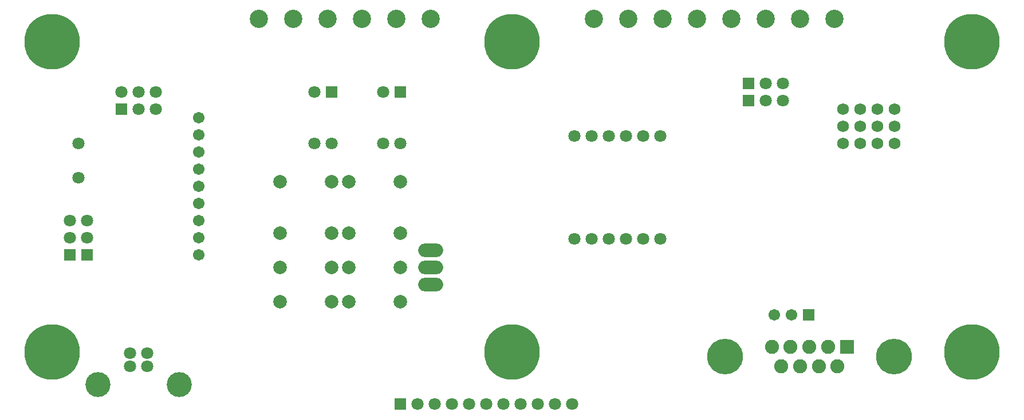
<source format=gbs>
G04 Layer_Color=16711935*
%FSLAX44Y44*%
%MOMM*%
G71*
G01*
G75*
%ADD92C,1.8032*%
%ADD93R,1.8032X1.8032*%
%ADD94C,1.7032*%
%ADD95R,1.7032X1.7032*%
%ADD96R,1.8032X1.8032*%
%ADD97O,3.7032X2.0032*%
%ADD98C,2.7032*%
%ADD99R,2.0828X2.0828*%
%ADD100C,2.0828*%
%ADD101C,5.2832*%
%ADD102C,2.0032*%
%ADD103C,3.7032*%
%ADD104C,1.7272*%
%ADD105C,8.2032*%
D92*
X203200Y495300D02*
D03*
Y469900D02*
D03*
X177800Y495300D02*
D03*
Y469900D02*
D03*
X152400Y495300D02*
D03*
X1130300Y508000D02*
D03*
X1104900D02*
D03*
Y482600D02*
D03*
X1130300D02*
D03*
X101600Y279400D02*
D03*
Y304800D02*
D03*
X76200D02*
D03*
Y279400D02*
D03*
X819000Y33100D02*
D03*
X793600D02*
D03*
X768200D02*
D03*
X742800D02*
D03*
X717400D02*
D03*
X692000D02*
D03*
X666600D02*
D03*
X641200D02*
D03*
X615800D02*
D03*
X590400D02*
D03*
X539750Y495300D02*
D03*
X565150Y419100D02*
D03*
X539750D02*
D03*
X438150Y495300D02*
D03*
X463550Y419100D02*
D03*
X438150D02*
D03*
X88900D02*
D03*
Y368300D02*
D03*
X822250Y277575D02*
D03*
X847650Y429975D02*
D03*
X822250D02*
D03*
X873050D02*
D03*
X898450D02*
D03*
X923850D02*
D03*
X949250D02*
D03*
X847650Y277575D02*
D03*
X873050D02*
D03*
X898450D02*
D03*
X923850D02*
D03*
X949250D02*
D03*
X190300Y88900D02*
D03*
X165100D02*
D03*
Y108712D02*
D03*
X190300D02*
D03*
D93*
X152400Y469900D02*
D03*
X1079500Y508000D02*
D03*
Y482600D02*
D03*
X565000Y33100D02*
D03*
D94*
X1117600Y165100D02*
D03*
X1143000D02*
D03*
X266700Y457200D02*
D03*
Y431800D02*
D03*
Y406400D02*
D03*
Y381000D02*
D03*
Y355600D02*
D03*
Y330200D02*
D03*
Y304800D02*
D03*
Y279400D02*
D03*
Y254000D02*
D03*
D95*
X1168400Y165100D02*
D03*
D96*
X101600Y254000D02*
D03*
X76200D02*
D03*
X565150Y495300D02*
D03*
X463550D02*
D03*
D97*
X609600Y209550D02*
D03*
Y234950D02*
D03*
Y260350D02*
D03*
D98*
X901700Y603250D02*
D03*
X850900D02*
D03*
X1003300D02*
D03*
X952500D02*
D03*
X1104900D02*
D03*
X1054100D02*
D03*
X1206500D02*
D03*
X1155700D02*
D03*
X609600D02*
D03*
X558800D02*
D03*
X508000D02*
D03*
X457200D02*
D03*
X406400D02*
D03*
X355600D02*
D03*
D99*
X1225070Y117324D02*
D03*
D100*
X1197370D02*
D03*
X1169670D02*
D03*
X1141730D02*
D03*
X1114044D02*
D03*
X1211170Y88900D02*
D03*
X1183470D02*
D03*
X1155700D02*
D03*
X1128014D02*
D03*
D101*
X1294670Y103124D02*
D03*
X1044448D02*
D03*
D102*
X565150Y361950D02*
D03*
Y285750D02*
D03*
Y234950D02*
D03*
Y184150D02*
D03*
X488950D02*
D03*
Y234950D02*
D03*
Y285750D02*
D03*
Y361950D02*
D03*
X463550D02*
D03*
Y285750D02*
D03*
Y234950D02*
D03*
Y184150D02*
D03*
X387350D02*
D03*
Y234950D02*
D03*
Y285750D02*
D03*
Y361950D02*
D03*
D103*
X117602Y61722D02*
D03*
X237998D02*
D03*
D104*
X1295400Y419100D02*
D03*
X1270000D02*
D03*
X1244600D02*
D03*
X1219200D02*
D03*
X1295400Y444500D02*
D03*
X1270000D02*
D03*
X1244600D02*
D03*
X1219200D02*
D03*
X1295400Y469900D02*
D03*
X1270000D02*
D03*
X1244600D02*
D03*
X1219200D02*
D03*
D105*
X50000Y110000D02*
D03*
Y570000D02*
D03*
X730000Y110000D02*
D03*
Y570000D02*
D03*
X1410000Y110000D02*
D03*
Y570000D02*
D03*
M02*

</source>
